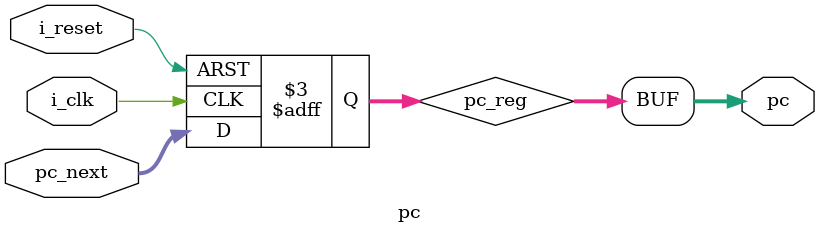
<source format=sv>

module pc (
	input 	logic	      	i_clk,
	input 	logic	      	i_reset,
	input 	logic	[31:0]	pc_next,
	output	logic	[31:0]	pc
);

	logic [31:0] pc_reg;
	
	always_ff @(posedge i_clk or negedge i_reset) begin
		if (!i_reset)
	          pc_reg <= 32'h0;
		else pc_reg <= pc_next;
	end

	assign pc = pc_reg;

endmodule

</source>
